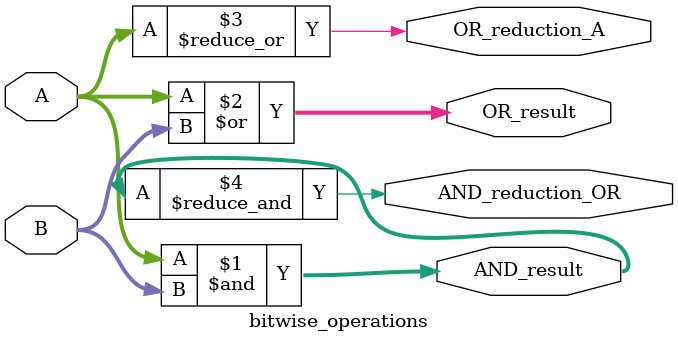
<source format=v>
module bitwise_operations (
  input [2:0] A,
  input [2:0] B,
  output [2:0] AND_result,
  output [2:0] OR_result,
  output OR_reduction_A,
  output AND_reduction_OR
);

  // Vector bit-wise AND
  assign AND_result = A & B;

  // Vector bit-wise OR
  assign OR_result = A | B;

  // Vector reduction OR for A
  assign OR_reduction_A = |A;

  // Bit-wise AND reduction OR
  assign AND_reduction_OR = &AND_result;

endmodule

</source>
